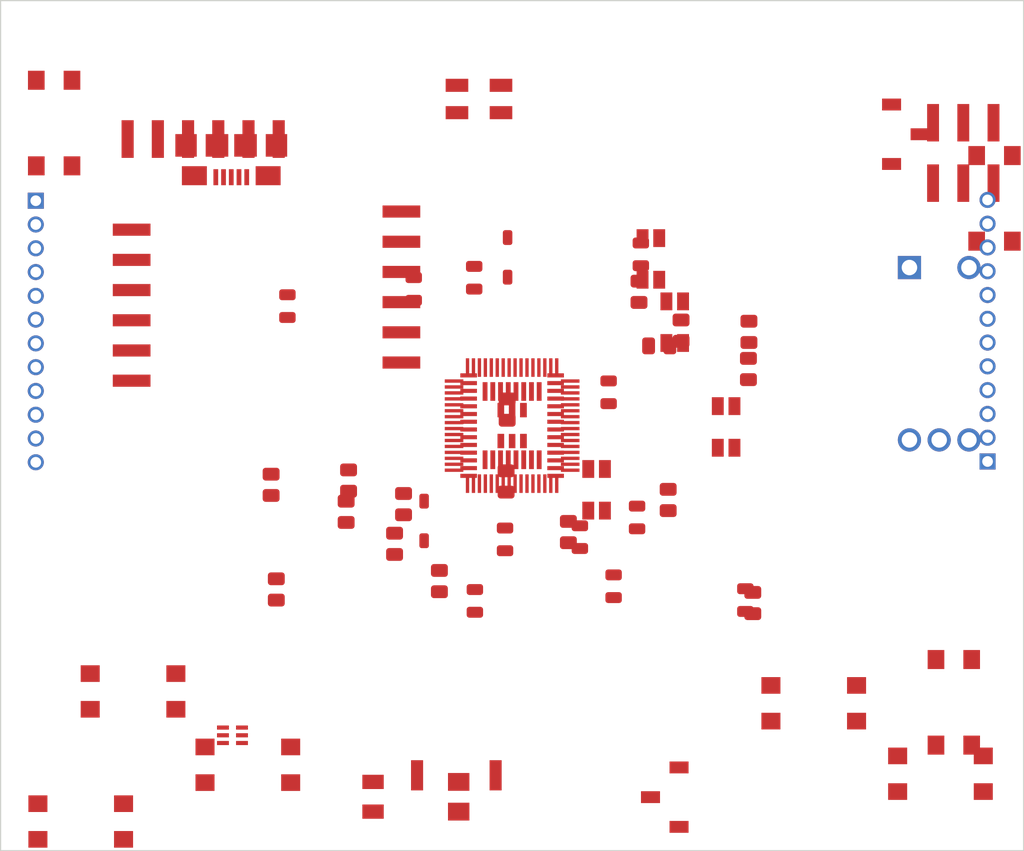
<source format=kicad_pcb>
(kicad_pcb (version 20171130) (host pcbnew "(5.1.4-0-10_14)")
  (layers (0 Top signal) (1 Route2 signal) (2 Route15 signal) (31 Bottom signal) (34 B.Paste user) (35 F.Paste user) (36 B.SilkS user) (37 F.SilkS user) (38 B.Mask user) (39 F.Mask user) (44 Edge.Cuts user))
  (net 0 "")
  (net 1 GND)
  (net 2 3V3)
  (net 3 VBAT)
  (net 4 "Net-(B2-Pad4)")
  (net 5 "Net-(B2-Pad3)")
  (net 6 "Net-(B2-Pad2)")
  (net 7 "Net-(A1-PadFEED)")
  (net 8 "Net-(C14-Pad1)")
  (net 9 "Net-(C15-Pad1)")
  (net 10 "Net-(C11-Pad1)")
  (net 11 "Net-(C13-Pad1)")
  (net 12 "Net-(D6-PadC1)")
  (net 13 /RESET)
  (net 14 /THROTTLE)
  (net 15 /YAW)
  (net 16 /BTN_CENTER)
  (net 17 /BTN_RIGHT)
  (net 18 /BTN_LEFT)
  (net 19 /BTN_UP)
  (net 20 /RXI-0)
  (net 21 /TXO-0)
  (net 22 /E1-B)
  (net 23 /E1-A)
  (net 24 /MISO)
  (net 25 /MOSI)
  (net 26 /SCK)
  (net 27 /BTN_DOWN)
  (net 28 /E1-BUT)
  (net 29 /BTN2/SDA)
  (net 30 /BTN1/SCL)
  (net 31 /PITCH)
  (net 32 /RF)
  (net 33 "Net-(D6-PadA1)")
  (net 34 "Net-(D6-PadA2)")
  (net 35 /ROLL)
  (net 36 /DTR-0)
  (net 37 /VREG_IN)
  (net 38 /RXI)
  (net 39 /FTDI_OUT)
  (net 40 /TXLED)
  (net 41 /RXLED)
  (net 42 /DTR)
  (net 43 /USB_D_N)
  (net 44 /USB_D_P)
  (net 45 /CTS)
  (net 46 /TXO)
  (net 47 "Net-(R7-Pad1)")
  (net 48 /VBUS)
  (net 49 "Net-(B3-Pad1A)")
  (net 50 "Net-(R1-Pad2)")
  (net 51 "Net-(D1-PadC2)")
  (net 52 "Net-(D4-PadC1)")
  (net 53 /RXI-1)
  (net 54 /TXO-1)
  (net 55 "Net-(S2-Pad2)")
  (net 56 /DTR-1)
  (net 57 /CTS-1)
  (net 58 /GREF)
  (net 59 "Net-(D6-PadC2)")
  (net 60 "Net-(D5-PadA2)")
  (net 61 "Net-(D5-PadA1)")
  (net 62 "Net-(D1-PadA1)")
  (net 63 "Net-(D4-PadC2)")
  (module controller_board:2X-SERVO-SMD (layer Top) (at 128.128218 93.293386 90.000000)
    (fp_text reference J7 hide)
    (fp_text value FRSKY-GIMBAL-2X-SERVO-SMD hide)
    (pad 6 smd rect (at 6.55 11.065 180.000000) (size 3.17 1.02) (layers Top F.Mask F.Paste) (net 1 GND))
    (pad V smd rect (at 4.01 11.065 180.000000) (size 3.17 1.02) (layers Top F.Mask F.Paste) (net 14 /THROTTLE))
    (pad 4 smd rect (at 1.47 11.065 180.000000) (size 3.17 1.02) (layers Top F.Mask F.Paste) (net 58 /GREF))
    (pad 3 smd rect (at -1.07 11.065 180.000000) (size 3.17 1.02) (layers Top F.Mask F.Paste) (net 1 GND))
    (pad H smd rect (at -3.61 11.065 180.000000) (size 3.17 1.02) (layers Top F.Mask F.Paste) (net 15 /YAW))
    (pad 1 smd rect (at -6.15 11.065 180.000000) (size 3.17 1.02) (layers Top F.Mask F.Paste) (net 58 /GREF))
  )
  (module controller_board:2X-SERVO-SMD (layer Top) (at 127.581230 94.419290 270.000000)
    (fp_text reference J8 hide)
    (fp_text value FRSKY-GIMBAL-2X-SERVO-SMD hide)
    (pad 6 smd rect (at 6.55 11.065) (size 3.17 1.02) (layers Top F.Mask F.Paste) (net 1 GND))
    (pad V smd rect (at 4.01 11.065) (size 3.17 1.02) (layers Top F.Mask F.Paste) (net 31 /PITCH))
    (pad 4 smd rect (at 1.47 11.065) (size 3.17 1.02) (layers Top F.Mask F.Paste) (net 58 /GREF))
    (pad 3 smd rect (at -1.07 11.065) (size 3.17 1.02) (layers Top F.Mask F.Paste) (net 1 GND))
    (pad H smd rect (at -3.61 11.065) (size 3.17 1.02) (layers Top F.Mask F.Paste) (net 35 /ROLL))
    (pad 1 smd rect (at -6.15 11.065) (size 3.17 1.02) (layers Top F.Mask F.Paste) (net 58 /GREF))
  )
  (module controller_board:USB-MICROA-10118192-0001LF (layer Top) (at 124.890301 82.837613 180.000000)
    (fp_text reference J1 hide)
    (fp_text value USB-MICROA-AMPHENOL-10118192-0001LF hide)
    (pad 9 smd rect (at 1.2 1.659 180.000000) (size 1.9 1.9) (layers Top F.Mask F.Paste) (net 1 GND))
    (pad 8 smd rect (at -3.8 1.659 180.000000) (size 1.8 1.9) (layers Top F.Mask F.Paste) (net 1 GND))
    (pad 7 smd rect (at -3.1 -0.891 180.000000) (size 2.1 1.6) (layers Top F.Mask F.Paste) (net 1 GND))
    (pad 6 smd rect (at 3.1 -0.891 180.000000) (size 2.1 1.6) (layers Top F.Mask F.Paste) (net 1 GND))
    (pad 5 smd rect (at 1.3 -1.016 180.000000) (size 0.4 1.35) (layers Top F.Mask F.Paste) (net 1 GND))
    (pad 4 smd rect (at 0.65 -1.016 180.000000) (size 0.4 1.35) (layers Top F.Mask F.Paste))
    (pad 3 smd rect (at 0 -1.016 180.000000) (size 0.4 1.35) (layers Top F.Mask F.Paste) (net 44 /USB_D_P))
    (pad 2 smd rect (at -0.65 -1.016 180.000000) (size 0.4 1.35) (layers Top F.Mask F.Paste) (net 43 /USB_D_N))
    (pad 11 smd rect (at 3.8 1.659 180.000000) (size 1.8 1.9) (layers Top F.Mask F.Paste) (net 1 GND))
    (pad 10 smd rect (at -1.2 1.659 180.000000) (size 1.9 1.9) (layers Top F.Mask F.Paste) (net 1 GND))
    (pad 1 smd rect (at -1.3 -1.016 180.000000) (size 0.4 1.35) (layers Top F.Mask F.Paste) (net 48 /VBUS))
  )
  (module controller_board:JST-13-PTH (layer Top) (at 188.468000 96.621600 90.000000)
    (fp_text reference J3 hide)
    (fp_text value 2.4K hide)
    (pad V thru_hole circle (at -9.144 0 90.000000) (size 1.35 1.35) (drill 0.9) (layers *.Cu *.Mask) (net 31 /PITCH))
    (pad H thru_hole circle (at -3.144 0 90.000000) (size 1.35 1.35) (drill 0.9) (layers *.Cu *.Mask) (net 35 /ROLL))
    (pad 9 thru_hole circle (at 4.856 0 90.000000) (size 1.35 1.35) (drill 0.9) (layers *.Cu *.Mask))
    (pad 8 thru_hole circle (at 2.856 0 90.000000) (size 1.35 1.35) (drill 0.9) (layers *.Cu *.Mask))
    (pad 7 thru_hole circle (at 0.856 0 90.000000) (size 1.35 1.35) (drill 0.9) (layers *.Cu *.Mask))
    (pad 6 thru_hole circle (at -1.144 0 90.000000) (size 1.35 1.35) (drill 0.9) (layers *.Cu *.Mask) (net 1 GND))
    (pad 4 thru_hole circle (at -5.144 0 90.000000) (size 1.35 1.35) (drill 0.9) (layers *.Cu *.Mask) (net 58 /GREF))
    (pad 3 thru_hole circle (at -7.144 0 90.000000) (size 1.35 1.35) (drill 0.9) (layers *.Cu *.Mask) (net 1 GND))
    (pad 12 thru_hole circle (at 10.856 0 90.000000) (size 1.35 1.35) (drill 0.9) (layers *.Cu *.Mask))
    (pad 11 thru_hole circle (at 8.856 0 90.000000) (size 1.35 1.35) (drill 0.9) (layers *.Cu *.Mask))
    (pad 10 thru_hole circle (at 6.856 0 90.000000) (size 1.35 1.35) (drill 0.9) (layers *.Cu *.Mask))
    (pad 1 thru_hole rect (at -11.144 0 90.000000) (size 1.35 1.35) (drill 0.9) (layers *.Cu *.Mask) (net 58 /GREF))
  )
  (module controller_board:JST-13-PTH (layer Top) (at 108.458000 96.977200 270.000000)
    (fp_text reference J2 hide)
    (fp_text value 2.4K hide)
    (pad V thru_hole circle (at -9.144 0 270.000000) (size 1.35 1.35) (drill 0.9) (layers *.Cu *.Mask) (net 14 /THROTTLE))
    (pad H thru_hole circle (at -3.144 0 270.000000) (size 1.35 1.35) (drill 0.9) (layers *.Cu *.Mask) (net 15 /YAW))
    (pad 9 thru_hole circle (at 4.856 0 270.000000) (size 1.35 1.35) (drill 0.9) (layers *.Cu *.Mask))
    (pad 8 thru_hole circle (at 2.856 0 270.000000) (size 1.35 1.35) (drill 0.9) (layers *.Cu *.Mask))
    (pad 7 thru_hole circle (at 0.856 0 270.000000) (size 1.35 1.35) (drill 0.9) (layers *.Cu *.Mask))
    (pad 6 thru_hole circle (at -1.144 0 270.000000) (size 1.35 1.35) (drill 0.9) (layers *.Cu *.Mask) (net 1 GND))
    (pad 4 thru_hole circle (at -5.144 0 270.000000) (size 1.35 1.35) (drill 0.9) (layers *.Cu *.Mask) (net 58 /GREF))
    (pad 3 thru_hole circle (at -7.144 0 270.000000) (size 1.35 1.35) (drill 0.9) (layers *.Cu *.Mask) (net 1 GND))
    (pad 12 thru_hole circle (at 10.856 0 270.000000) (size 1.35 1.35) (drill 0.9) (layers *.Cu *.Mask))
    (pad 11 thru_hole circle (at 8.856 0 270.000000) (size 1.35 1.35) (drill 0.9) (layers *.Cu *.Mask))
    (pad 10 thru_hole circle (at 6.856 0 270.000000) (size 1.35 1.35) (drill 0.9) (layers *.Cu *.Mask))
    (pad 1 thru_hole rect (at -11.144 0 270.000000) (size 1.35 1.35) (drill 0.9) (layers *.Cu *.Mask) (net 58 /GREF))
  )
  (module controller_board:FTDI-BASIC-SMD (layer Top) (at 122.529600 76.200000)
    (fp_text reference JP1 hide)
    (fp_text value FTDI_BASIC-SMD hide)
    (pad DTR smd rect (at 6.35 4.445 90.000000) (size 3.17 1.02) (layers Top F.Mask F.Paste) (net 56 /DTR-1))
    (pad RXI smd rect (at 3.81 4.445 90.000000) (size 3.17 1.02) (layers Top F.Mask F.Paste) (net 53 /RXI-1))
    (pad TXO smd rect (at 1.27 4.445 90.000000) (size 3.17 1.02) (layers Top F.Mask F.Paste) (net 54 /TXO-1))
    (pad VCC smd rect (at -1.27 4.445 90.000000) (size 3.17 1.02) (layers Top F.Mask F.Paste) (net 2 3V3))
    (pad CTS smd rect (at -3.81 4.445 90.000000) (size 3.17 1.02) (layers Top F.Mask F.Paste) (net 57 /CTS-1))
    (pad GND smd rect (at -6.35 4.445 90.000000) (size 3.17 1.02) (layers Top F.Mask F.Paste) (net 1 GND))
  )
  (module controller_board:WIRE-TERMINAL-1X2-2.5MM-SMD-AVX-009276002021106 (layer Top) (at 140.409396 135.967888)
    (fp_text reference B3 hide)
    (fp_text value BATTERY-SPRING-SMD hide)
    (pad 2A smd rect (at 3.6 -1.25 270.000000) (size 1.5 1.8) (layers Top F.Mask F.Paste) (net 1 GND))
    (pad 1A smd rect (at 3.6 1.25 270.000000) (size 1.5 1.8) (layers Top F.Mask F.Paste) (net 49 "Net-(B3-Pad1A)"))
    (pad 1B smd rect (at -3.6 1.25 270.000000) (size 1.2 1.8) (layers Top F.Mask F.Paste) (net 49 "Net-(B3-Pad1A)"))
    (pad 2B smd rect (at -3.6 -1.25 270.000000) (size 1.2 1.8) (layers Top F.Mask F.Paste) (net 1 GND))
  )
  (module controller_board:ANT-2.4GHZ-6.5X2.2MM (layer Top) (at 143.811939 134.161835 180.000000)
    (fp_text reference A1 hide)
    (fp_text value ANTENNA-CHIP hide)
    (pad NC smd rect (at 3.302 0) (size 1.016 2.54) (layers Top F.Mask F.Paste))
    (pad FEED smd rect (at -3.302 0) (size 1.016 2.54) (layers Top F.Mask F.Paste) (net 7 "Net-(A1-PadFEED)"))
  )
  (module controller_board:SOT23-DBV (layer Top) (at 148.500550 104.750000 180.000000)
    (fp_text reference U1 hide)
    (fp_text value 3.3V hide)
    (pad 5 smd rect (at -0.95 -1.3 180.000000) (size 0.55 1.2) (layers Top F.Mask F.Paste) (net 2 3V3))
    (pad 4 smd rect (at 0.95 -1.3 180.000000) (size 0.55 1.2) (layers Top F.Mask F.Paste))
    (pad 3 smd rect (at 0.95 1.3 180.000000) (size 0.55 1.2) (layers Top F.Mask F.Paste) (net 37 /VREG_IN))
    (pad 2 smd rect (at 0 1.3 180.000000) (size 0.55 1.2) (layers Top F.Mask F.Paste) (net 1 GND))
    (pad 1 smd rect (at -0.95 1.3 180.000000) (size 0.55 1.2) (layers Top F.Mask F.Paste) (net 37 /VREG_IN))
  )
  (module controller_board:CAPC2012X140_HS (layer Top) (at 168.731622 119.672922 90.000000)
    (fp_text reference C17 hide)
    (fp_text value 1uF hide)
    (pad 2 smd roundrect (at 0.895 0 90.000000) (size 1.08 1.42) (layers Top) (roundrect_rratio 0.23) (net 1 GND))
    (pad 1 smd roundrect (at -0.895 0 270.000000) (size 1.08 1.42) (layers Top) (roundrect_rratio 0.23) (net 2 3V3))
  )
  (module controller_board:CAPC2012X140_HS (layer Top) (at 134.548095 111.999431 270.000000)
    (fp_text reference C10 hide)
    (fp_text value 1uF hide)
    (pad 2 smd roundrect (at 0.895 0 270.000000) (size 1.08 1.42) (layers Top) (roundrect_rratio 0.23) (net 1 GND))
    (pad 1 smd roundrect (at -0.895 0 90.000000) (size 1.08 1.42) (layers Top) (roundrect_rratio 0.23) (net 37 /VREG_IN))
  )
  (module controller_board:RESC2012X60_HS (layer Top) (at 168.106035 119.425059 270.000000)
    (fp_text reference R17 hide)
    (fp_text value 510 hide)
    (pad 2 smd roundrect (at 0.955 0 270.000000) (size 0.92 1.38) (layers Top) (net 59 "Net-(D6-PadC2)"))
    (pad 1 smd roundrect (at -0.955 0 90.000000) (size 0.92 1.38) (layers Top) (net 1 GND))
  )
  (module controller_board:RESC2012X60_HS (layer Top) (at 147.904600 114.319198 90.000000)
    (fp_text reference R14 hide)
    (fp_text value 510 hide)
    (pad 2 smd roundrect (at 0.955 0 90.000000) (size 0.92 1.38) (layers Top) (net 2 3V3))
    (pad 1 smd roundrect (at -0.955 0 270.000000) (size 0.92 1.38) (layers Top) (net 61 "Net-(D5-PadA1)"))
  )
  (module controller_board:RESC2012X60_HS (layer Top) (at 140.229388 93.254552 270.000000)
    (fp_text reference R3 hide)
    (fp_text value 510 hide)
    (pad 2 smd roundrect (at 0.955 0 270.000000) (size 0.92 1.38) (layers Top) (net 50 "Net-(R1-Pad2)"))
    (pad 1 smd roundrect (at -0.955 0 90.000000) (size 0.92 1.38) (layers Top) (net 62 "Net-(D1-PadA1)"))
  )
  (module controller_board:RESC2012X60_HS (layer Top) (at 145.312279 92.310111 270.000000)
    (fp_text reference R16 hide)
    (fp_text value 510 hide)
    (pad 2 smd roundrect (at 0.955 0 270.000000) (size 0.92 1.38) (layers Top) (net 63 "Net-(D4-PadC2)"))
    (pad 1 smd roundrect (at -0.955 0 90.000000) (size 0.92 1.38) (layers Top) (net 1 GND))
  )
  (module controller_board:RESC2012X60_HS (layer Top) (at 154.195984 114.129855 90.000000)
    (fp_text reference R13 hide)
    (fp_text value 510 hide)
    (pad 2 smd roundrect (at 0.955 0 90.000000) (size 0.92 1.38) (layers Top) (net 2 3V3))
    (pad 1 smd roundrect (at -0.955 0 270.000000) (size 0.92 1.38) (layers Top) (net 60 "Net-(D5-PadA2)"))
  )
  (module controller_board:LED-2X-LTST-C155 (layer Top) (at 166.489931 104.860613 270.000000)
    (fp_text reference D4 hide)
    (fp_text value LED-2X-GREEN_RED hide)
    (pad C2 smd rect (at 1.75 0.7 270.000000) (size 1.5 1) (layers Top F.Mask F.Paste) (net 63 "Net-(D4-PadC2)"))
    (pad C1 smd rect (at 1.75 -0.7 270.000000) (size 1.5 1) (layers Top F.Mask F.Paste) (net 52 "Net-(D4-PadC1)"))
    (pad A2 smd rect (at -1.75 0.7 270.000000) (size 1.5 1) (layers Top F.Mask F.Paste) (net 2 3V3))
    (pad A1 smd rect (at -1.75 -0.7 270.000000) (size 1.5 1) (layers Top F.Mask F.Paste) (net 32 /RF))
  )
  (module controller_board:LED-2X-LTST-C155 (layer Top) (at 160.164619 90.728493 270.000000)
    (fp_text reference D1 hide)
    (fp_text value LED-2X-GREEN_RED hide)
    (pad C2 smd rect (at 1.75 0.7 270.000000) (size 1.5 1) (layers Top F.Mask F.Paste) (net 51 "Net-(D1-PadC2)"))
    (pad C1 smd rect (at 1.75 -0.7 270.000000) (size 1.5 1) (layers Top F.Mask F.Paste) (net 1 GND))
    (pad A2 smd rect (at -1.75 0.7 270.000000) (size 1.5 1) (layers Top F.Mask F.Paste) (net 48 /VBUS))
    (pad A1 smd rect (at -1.75 -0.7 270.000000) (size 1.5 1) (layers Top F.Mask F.Paste) (net 62 "Net-(D1-PadA1)"))
  )
  (module controller_board:LED-2X-LTST-C155 (layer Top) (at 162.169154 96.050115 270.000000)
    (fp_text reference D5 hide)
    (fp_text value LED-2X-GREEN_RED hide)
    (pad C2 smd rect (at 1.75 0.7 270.000000) (size 1.5 1) (layers Top F.Mask F.Paste) (net 41 /RXLED))
    (pad C1 smd rect (at 1.75 -0.7 270.000000) (size 1.5 1) (layers Top F.Mask F.Paste) (net 40 /TXLED))
    (pad A2 smd rect (at -1.75 0.7 270.000000) (size 1.5 1) (layers Top F.Mask F.Paste) (net 60 "Net-(D5-PadA2)"))
    (pad A1 smd rect (at -1.75 -0.7 270.000000) (size 1.5 1) (layers Top F.Mask F.Paste) (net 61 "Net-(D5-PadA1)"))
  )
  (module controller_board:LED-2X-LTST-C155 (layer Top) (at 155.600876 110.147802 270.000000)
    (fp_text reference D6 hide)
    (fp_text value LED-2X-GREEN_RED hide)
    (pad C2 smd rect (at 1.75 0.7 270.000000) (size 1.5 1) (layers Top F.Mask F.Paste) (net 59 "Net-(D6-PadC2)"))
    (pad C1 smd rect (at 1.75 -0.7 270.000000) (size 1.5 1) (layers Top F.Mask F.Paste) (net 12 "Net-(D6-PadC1)"))
    (pad A2 smd rect (at -1.75 0.7 270.000000) (size 1.5 1) (layers Top F.Mask F.Paste) (net 34 "Net-(D6-PadA2)"))
    (pad A1 smd rect (at -1.75 -0.7 270.000000) (size 1.5 1) (layers Top F.Mask F.Paste) (net 33 "Net-(D6-PadA1)"))
  )
  (module controller_board:RESC2012X60_HS (layer Top) (at 159.003602 112.474777 90.000000)
    (fp_text reference R8 hide)
    (fp_text value 1.2K hide)
    (pad 2 smd roundrect (at 0.955 0 90.000000) (size 0.92 1.38) (layers Top) (net 2 3V3))
    (pad 1 smd roundrect (at -0.955 0 270.000000) (size 0.92 1.38) (layers Top) (net 58 /GREF))
  )
  (module controller_board:BOURNS-PEC12R (layer Top) (at 184.401100 98.453757)
    (fp_text reference E1 hide)
    (fp_text value ROTARY-ENCODER-W_BUTTON-BOURNS-PEC12R-4217F hide)
    (pad C thru_hole circle (at 0 7.5) (size 1.95 1.95) (drill 1.3) (layers *.Cu *.Mask) (net 1 GND))
    (pad BUTB thru_hole circle (at 2.5 -7) (size 1.95 1.95) (drill 1.3) (layers *.Cu *.Mask) (net 1 GND))
    (pad BUTA thru_hole rect (at -2.5 -7) (size 1.95 1.95) (drill 1.3) (layers *.Cu *.Mask) (net 28 /E1-BUT))
    (pad B thru_hole circle (at 2.5 7.5) (size 1.95 1.95) (drill 1.3) (layers *.Cu *.Mask) (net 22 /E1-B))
    (pad A thru_hole circle (at -2.5 7.5) (size 1.95 1.95) (drill 1.3) (layers *.Cu *.Mask) (net 23 /E1-A))
    (pad "" np_thru_hole circle (at 5.7 0) (size 2.2 2.2) (drill 2.2) (layers *.Cu *.Mask))
    (pad "" np_thru_hole circle (at -5.7 0) (size 2.2 2.2) (drill 2.2) (layers *.Cu *.Mask))
  )
  (module controller_board:4.5MM_TACTILE_SWITCH_TL3305AF160QG (layer Top) (at 173.854979 128.103493 180.000000)
    (fp_text reference B6 hide)
    (fp_text value PUSHBUTTON_-4.5X4.5 hide)
    (pad 4 smd rect (at 3.6 -1.5 270.000000) (size 1.4 1.6) (layers Top F.Mask F.Paste) (net 1 GND))
    (pad 3 smd rect (at -3.6 -1.5 270.000000) (size 1.4 1.6) (layers Top F.Mask F.Paste) (net 1 GND))
    (pad 2 smd rect (at 3.6 1.5 270.000000) (size 1.4 1.6) (layers Top F.Mask F.Paste) (net 19 /BTN_UP))
    (pad 1 smd rect (at -3.6 1.5 270.000000) (size 1.4 1.6) (layers Top F.Mask F.Paste) (net 19 /BTN_UP))
  )
  (module controller_board:4.5MM_TACTILE_SWITCH_TL3305AF160QG (layer Top) (at 116.633667 127.108768 180.000000)
    (fp_text reference B10 hide)
    (fp_text value PUSHBUTTON_-4.5X4.5 hide)
    (pad 4 smd rect (at 3.6 -1.5 270.000000) (size 1.4 1.6) (layers Top F.Mask F.Paste) (net 1 GND))
    (pad 3 smd rect (at -3.6 -1.5 270.000000) (size 1.4 1.6) (layers Top F.Mask F.Paste) (net 1 GND))
    (pad 2 smd rect (at 3.6 1.5 270.000000) (size 1.4 1.6) (layers Top F.Mask F.Paste) (net 27 /BTN_DOWN))
    (pad 1 smd rect (at -3.6 1.5 270.000000) (size 1.4 1.6) (layers Top F.Mask F.Paste) (net 27 /BTN_DOWN))
  )
  (module controller_board:4.5MM_TACTILE_SWITCH_TL3305AF160QG (layer Top) (at 110.000857 79.300425 90.000000)
    (fp_text reference B7 hide)
    (fp_text value PUSHBUTTON_-4.5X4.5 hide)
    (pad 4 smd rect (at 3.6 -1.5 180.000000) (size 1.4 1.6) (layers Top F.Mask F.Paste) (net 1 GND))
    (pad 3 smd rect (at -3.6 -1.5 180.000000) (size 1.4 1.6) (layers Top F.Mask F.Paste) (net 1 GND))
    (pad 2 smd rect (at 3.6 1.5 180.000000) (size 1.4 1.6) (layers Top F.Mask F.Paste) (net 18 /BTN_LEFT))
    (pad 1 smd rect (at -3.6 1.5 180.000000) (size 1.4 1.6) (layers Top F.Mask F.Paste) (net 18 /BTN_LEFT))
  )
  (module controller_board:4.5MM_TACTILE_SWITCH_TL3305AF160QG (layer Top) (at 185.632221 128.024159 270.000000)
    (fp_text reference B9 hide)
    (fp_text value PUSHBUTTON_-4.5X4.5 hide)
    (pad 4 smd rect (at 3.6 -1.5) (size 1.4 1.6) (layers Top F.Mask F.Paste) (net 1 GND))
    (pad 3 smd rect (at -3.6 -1.5) (size 1.4 1.6) (layers Top F.Mask F.Paste) (net 1 GND))
    (pad 2 smd rect (at 3.6 1.5) (size 1.4 1.6) (layers Top F.Mask F.Paste) (net 16 /BTN_CENTER))
    (pad 1 smd rect (at -3.6 1.5) (size 1.4 1.6) (layers Top F.Mask F.Paste) (net 16 /BTN_CENTER))
  )
  (module controller_board:4.5MM_TACTILE_SWITCH_TL3305AF160QG (layer Top) (at 112.235932 138.050000 180.000000)
    (fp_text reference B8 hide)
    (fp_text value PUSHBUTTON_-4.5X4.5 hide)
    (pad 4 smd rect (at 3.6 -1.5 270.000000) (size 1.4 1.6) (layers Top F.Mask F.Paste) (net 1 GND))
    (pad 3 smd rect (at -3.6 -1.5 270.000000) (size 1.4 1.6) (layers Top F.Mask F.Paste) (net 1 GND))
    (pad 2 smd rect (at 3.6 1.5 270.000000) (size 1.4 1.6) (layers Top F.Mask F.Paste) (net 17 /BTN_RIGHT))
    (pad 1 smd rect (at -3.6 1.5 270.000000) (size 1.4 1.6) (layers Top F.Mask F.Paste) (net 17 /BTN_RIGHT))
  )
  (module controller_board:CAPC2012X140_HS (layer Top) (at 161.618285 111.003999 270.000000)
    (fp_text reference C4 hide)
    (fp_text value 1uF hide)
    (pad 2 smd roundrect (at 0.895 0 270.000000) (size 1.08 1.42) (layers Top) (roundrect_rratio 0.23) (net 39 /FTDI_OUT))
    (pad 1 smd roundrect (at -0.895 0 90.000000) (size 1.08 1.42) (layers Top) (roundrect_rratio 0.23) (net 1 GND))
  )
  (module controller_board:SOD3716X135_HS (layer Top) (at 141.102123 112.768000 90.000000)
    (fp_text reference D2 hide)
    (fp_text value 360mV hide)
    (pad C smd roundrect (at -1.665 0 270.000000) (size 1.25 0.8) (layers Top) (net 3 VBAT))
    (pad A smd roundrect (at 1.665 0 90.000000) (size 1.25 0.8) (layers Top) (net 48 /VBUS))
  )
  (module controller_board:SOD3716X135_HS (layer Top) (at 148.119871 90.597161 270.000000)
    (fp_text reference D3 hide)
    (fp_text value 360mV hide)
    (pad C smd roundrect (at -1.665 0 90.000000) (size 1.25 0.8) (layers Top) (net 3 VBAT))
    (pad A smd roundrect (at 1.665 0 270.000000) (size 1.25 0.8) (layers Top) (net 49 "Net-(B3-Pad1A)"))
  )
  (module controller_board:JS102011JCQN (layer Top) (at 181.597981 80.241765 270.000000)
    (fp_text reference S2 hide)
    (fp_text value POWER-SWITCH-MFS201N-9-Z-SMD-VERTICAL hide)
    (pad 3 smd rect (at 2.5 1.2 270.000000) (size 1 1.6) (layers Top F.Mask F.Paste) (net 1 GND))
    (pad 2 smd rect (at 0 -1.2 270.000000) (size 1 1.6) (layers Top F.Mask F.Paste) (net 55 "Net-(S2-Pad2)"))
    (pad 1 smd rect (at -2.5 1.2 270.000000) (size 1 1.6) (layers Top F.Mask F.Paste) (net 2 3V3))
  )
  (module controller_board:SOP65P640X110-16 (layer Top) (at 148.500550 104.750000 270.000000)
    (fp_text reference U5 hide)
    (fp_text value DPDT-X2 hide)
    (pad 9 smd rect (at 2.8717 2.275 270.000000) (size 1.5719 0.4068) (layers Top F.Mask F.Paste) (net 53 /RXI-1))
    (pad 8 smd rect (at -2.8717 2.275 270.000000) (size 1.5719 0.4068) (layers Top F.Mask F.Paste) (net 1 GND))
    (pad 7 smd rect (at -2.8717 1.625 270.000000) (size 1.5719 0.4068) (layers Top F.Mask F.Paste) (net 21 /TXO-0))
    (pad 6 smd rect (at -2.8717 0.975 270.000000) (size 1.5719 0.4068) (layers Top F.Mask F.Paste) (net 46 /TXO))
    (pad 5 smd rect (at -2.8717 0.325 270.000000) (size 1.5719 0.4068) (layers Top F.Mask F.Paste) (net 54 /TXO-1))
    (pad 4 smd rect (at -2.8717 -0.325 270.000000) (size 1.5719 0.4068) (layers Top F.Mask F.Paste) (net 55 "Net-(S2-Pad2)"))
    (pad 3 smd rect (at -2.8717 -0.975 270.000000) (size 1.5719 0.4068) (layers Top F.Mask F.Paste))
    (pad 2 smd rect (at -2.8717 -1.625 270.000000) (size 1.5719 0.4068) (layers Top F.Mask F.Paste) (net 45 /CTS))
    (pad 16 smd rect (at 2.8717 -2.275 270.000000) (size 1.5719 0.4068) (layers Top F.Mask F.Paste) (net 2 3V3))
    (pad 15 smd rect (at 2.8717 -1.625 270.000000) (size 1.5719 0.4068) (layers Top F.Mask F.Paste) (net 36 /DTR-0))
    (pad 14 smd rect (at 2.8717 -0.975 270.000000) (size 1.5719 0.4068) (layers Top F.Mask F.Paste) (net 42 /DTR))
    (pad 13 smd rect (at 2.8717 -0.325 270.000000) (size 1.5719 0.4068) (layers Top F.Mask F.Paste) (net 56 /DTR-1))
    (pad 12 smd rect (at 2.8717 0.325 270.000000) (size 1.5719 0.4068) (layers Top F.Mask F.Paste) (net 55 "Net-(S2-Pad2)"))
    (pad 11 smd rect (at 2.8717 0.975 270.000000) (size 1.5719 0.4068) (layers Top F.Mask F.Paste) (net 20 /RXI-0))
    (pad 10 smd rect (at 2.8717 1.625 270.000000) (size 1.5719 0.4068) (layers Top F.Mask F.Paste) (net 38 /RXI))
    (pad 1 smd rect (at -2.8717 -2.275 270.000000) (size 1.5719 0.4068) (layers Top F.Mask F.Paste) (net 57 /CTS-1))
  )
  (module controller_board:RESC2012X60_HS (layer Top) (at 159.320505 90.344047 270.000000)
    (fp_text reference R15 hide)
    (fp_text value 510 hide)
    (pad 2 smd roundrect (at 0.955 0 270.000000) (size 0.92 1.38) (layers Top) (net 52 "Net-(D4-PadC1)"))
    (pad 1 smd roundrect (at -0.955 0 90.000000) (size 0.92 1.38) (layers Top) (net 1 GND))
  )
  (module controller_board:RESC2012X60_HS (layer Top) (at 129.610276 94.698611 90.000000)
    (fp_text reference R7 hide)
    (fp_text value 2.2K hide)
    (pad 2 smd roundrect (at 0.955 0 90.000000) (size 0.92 1.38) (layers Top) (net 1 GND))
    (pad 1 smd roundrect (at -0.955 0 270.000000) (size 0.92 1.38) (layers Top) (net 47 "Net-(R7-Pad1)"))
  )
  (module controller_board:CAPC2012X140_HS (layer Top) (at 148.083443 103.401452 90.000000)
    (fp_text reference C6 hide)
    (fp_text value 10uF hide)
    (pad 2 smd roundrect (at 0.895 0 90.000000) (size 1.08 1.42) (layers Top) (roundrect_rratio 0.23) (net 1 GND))
    (pad 1 smd roundrect (at -0.895 0 270.000000) (size 1.08 1.42) (layers Top) (roundrect_rratio 0.23) (net 49 "Net-(B3-Pad1A)"))
  )
  (module controller_board:CAPC2012X140_HS (layer Top) (at 147.993977 109.446648 270.000000)
    (fp_text reference C5 hide)
    (fp_text value 10uF hide)
    (pad 2 smd roundrect (at 0.895 0 270.000000) (size 1.08 1.42) (layers Top) (roundrect_rratio 0.23) (net 1 GND))
    (pad 1 smd roundrect (at -0.895 0 90.000000) (size 1.08 1.42) (layers Top) (roundrect_rratio 0.23) (net 48 /VBUS))
  )
  (module controller_board:RESC2012X60_HS (layer Top) (at 157.032282 118.260081 90.000000)
    (fp_text reference R1 hide)
    (fp_text value 510 hide)
    (pad 2 smd roundrect (at 0.955 0 90.000000) (size 0.92 1.38) (layers Top) (net 50 "Net-(R1-Pad2)"))
    (pad 1 smd roundrect (at -0.955 0 270.000000) (size 0.92 1.38) (layers Top) (net 51 "Net-(D1-PadC2)"))
  )
  (module controller_board:SOT23-5 (layer Top) (at 148.500550 104.750000)
    (fp_text reference U2 hide)
    (fp_text value MCP73831T-2ACI/OT hide)
    (pad 5 smd rect (at -0.95 -1.3001) (size 0.55 1.2) (layers Top F.Mask F.Paste) (net 47 "Net-(R7-Pad1)"))
    (pad 4 smd rect (at 0.95 -1.3001) (size 0.55 1.2) (layers Top F.Mask F.Paste) (net 48 /VBUS))
    (pad 3 smd rect (at 0.95 1.3001) (size 0.55 1.2) (layers Top F.Mask F.Paste) (net 49 "Net-(B3-Pad1A)"))
    (pad 2 smd rect (at 0 1.3001) (size 0.55 1.2) (layers Top F.Mask F.Paste) (net 1 GND))
    (pad 1 smd rect (at -0.95 1.3001) (size 0.55 1.2) (layers Top F.Mask F.Paste) (net 50 "Net-(R1-Pad2)"))
  )
  (module controller_board:CAPC2012X140_HS (layer Top) (at 139.373449 111.355353 90.000000)
    (fp_text reference C9 hide)
    (fp_text value 0.1uF hide)
    (pad 2 smd roundrect (at 0.895 0 90.000000) (size 1.08 1.42) (layers Top) (roundrect_rratio 0.23) (net 1 GND))
    (pad 1 smd roundrect (at -0.895 0 270.000000) (size 1.08 1.42) (layers Top) (roundrect_rratio 0.23) (net 39 /FTDI_OUT))
  )
  (module controller_board:CAPC2012X140_HS (layer Top) (at 128.240128 109.728646 90.000000)
    (fp_text reference C7 hide)
    (fp_text value 10uF hide)
    (pad 2 smd roundrect (at 0.895 0 90.000000) (size 1.08 1.42) (layers Top) (roundrect_rratio 0.23) (net 1 GND))
    (pad 1 smd roundrect (at -0.895 0 270.000000) (size 1.08 1.42) (layers Top) (roundrect_rratio 0.23) (net 37 /VREG_IN))
  )
  (module controller_board:CAPC2012X140_HS (layer Top) (at 134.751793 109.371147 270.000000)
    (fp_text reference C8 hide)
    (fp_text value 0.1uF hide)
    (pad 2 smd roundrect (at 0.895 0 270.000000) (size 1.08 1.42) (layers Top) (roundrect_rratio 0.23) (net 1 GND))
    (pad 1 smd roundrect (at -0.895 0 90.000000) (size 1.08 1.42) (layers Top) (roundrect_rratio 0.23) (net 37 /VREG_IN))
  )
  (module controller_board:SSOP28DB (layer Top) (at 148.500550 104.750000 90.000000)
    (fp_text reference U3 hide)
    (fp_text value FT232RLSSOP hide)
    (pad 9 smd rect (at 0.975 3.656 90.000000) (size 0.348 1.397) (layers Top F.Mask F.Paste))
    (pad 8 smd rect (at 0.325 3.656 90.000000) (size 0.348 1.397) (layers Top F.Mask F.Paste))
    (pad 7 smd rect (at -0.325 3.656 90.000000) (size 0.348 1.397) (layers Top F.Mask F.Paste) (net 1 GND))
    (pad 6 smd rect (at -0.975 3.656 90.000000) (size 0.348 1.397) (layers Top F.Mask F.Paste))
    (pad 5 smd rect (at -1.625 3.656 90.000000) (size 0.348 1.397) (layers Top F.Mask F.Paste) (net 38 /RXI))
    (pad 4 smd rect (at -2.275 3.656 90.000000) (size 0.348 1.397) (layers Top F.Mask F.Paste) (net 39 /FTDI_OUT))
    (pad 3 smd rect (at -2.925 3.656 90.000000) (size 0.348 1.397) (layers Top F.Mask F.Paste))
    (pad 28 smd rect (at -4.225 -3.656 90.000000) (size 0.348 1.397) (layers Top F.Mask F.Paste))
    (pad 27 smd rect (at -3.575 -3.656 90.000000) (size 0.348 1.397) (layers Top F.Mask F.Paste))
    (pad 26 smd rect (at -2.925 -3.656 90.000000) (size 0.348 1.397) (layers Top F.Mask F.Paste) (net 1 GND))
    (pad 25 smd rect (at -2.275 -3.656 90.000000) (size 0.348 1.397) (layers Top F.Mask F.Paste) (net 1 GND))
    (pad 24 smd rect (at -1.625 -3.656 90.000000) (size 0.348 1.397) (layers Top F.Mask F.Paste))
    (pad 23 smd rect (at -0.975 -3.656 90.000000) (size 0.348 1.397) (layers Top F.Mask F.Paste) (net 40 /TXLED))
    (pad 22 smd rect (at -0.325 -3.656 90.000000) (size 0.348 1.397) (layers Top F.Mask F.Paste) (net 41 /RXLED))
    (pad 21 smd rect (at 0.325 -3.656 90.000000) (size 0.348 1.397) (layers Top F.Mask F.Paste) (net 1 GND))
    (pad 20 smd rect (at 0.975 -3.656 90.000000) (size 0.348 1.397) (layers Top F.Mask F.Paste) (net 37 /VREG_IN))
    (pad 2 smd rect (at -3.575 3.656 90.000000) (size 0.348 1.397) (layers Top F.Mask F.Paste) (net 42 /DTR))
    (pad 19 smd rect (at 1.625 -3.656 90.000000) (size 0.348 1.397) (layers Top F.Mask F.Paste))
    (pad 18 smd rect (at 2.275 -3.656 90.000000) (size 0.348 1.397) (layers Top F.Mask F.Paste) (net 1 GND))
    (pad 17 smd rect (at 2.925 -3.656 90.000000) (size 0.348 1.397) (layers Top F.Mask F.Paste) (net 39 /FTDI_OUT))
    (pad 16 smd rect (at 3.575 -3.656 90.000000) (size 0.348 1.397) (layers Top F.Mask F.Paste) (net 43 /USB_D_N))
    (pad 15 smd rect (at 4.225 -3.656 90.000000) (size 0.348 1.397) (layers Top F.Mask F.Paste) (net 44 /USB_D_P))
    (pad 14 smd rect (at 4.225 3.656 90.000000) (size 0.348 1.397) (layers Top F.Mask F.Paste))
    (pad 13 smd rect (at 3.575 3.656 90.000000) (size 0.348 1.397) (layers Top F.Mask F.Paste))
    (pad 12 smd rect (at 2.925 3.656 90.000000) (size 0.348 1.397) (layers Top F.Mask F.Paste))
    (pad 11 smd rect (at 2.275 3.656 90.000000) (size 0.348 1.397) (layers Top F.Mask F.Paste) (net 45 /CTS))
    (pad 10 smd rect (at 1.625 3.656 90.000000) (size 0.348 1.397) (layers Top F.Mask F.Paste))
    (pad 1 smd rect (at -4.225 3.656 90.000000) (size 0.348 1.397) (layers Top F.Mask F.Paste) (net 46 /TXO))
  )
  (module controller_board:JS102011JCQN (layer Top) (at 161.332790 136.000000 90.000000)
    (fp_text reference S1 hide)
    (fp_text value POWER-SWITCH-MFS201N-9-Z-SMD-VERTICAL hide)
    (pad 3 smd rect (at 2.5 1.2 90.000000) (size 1 1.6) (layers Top F.Mask F.Paste))
    (pad 2 smd rect (at 0 -1.2 90.000000) (size 1 1.6) (layers Top F.Mask F.Paste) (net 3 VBAT))
    (pad 1 smd rect (at -2.5 1.2 90.000000) (size 1 1.6) (layers Top F.Mask F.Paste) (net 37 /VREG_IN))
  )
  (module controller_board:CRYSTAL-SMD-5X3 (layer Top) (at 145.714618 77.275885 180.000000)
    (fp_text reference Y1 hide)
    (fp_text value CRYSTAL5X3 hide)
    (pad 4 smd rect (at -1.85 -1.15 180.000000) (size 1.9 1.1) (layers Top F.Mask F.Paste))
    (pad 3 smd rect (at 1.85 -1.15 180.000000) (size 1.9 1.1) (layers Top F.Mask F.Paste) (net 8 "Net-(C14-Pad1)"))
    (pad 2 smd rect (at 1.85 1.15 180.000000) (size 1.9 1.1) (layers Top F.Mask F.Paste))
    (pad 1 smd rect (at -1.85 1.15 180.000000) (size 1.9 1.1) (layers Top F.Mask F.Paste) (net 9 "Net-(C15-Pad1)"))
  )
  (module controller_board:QFN-64 (layer Top) (at 148.500550 104.750000)
    (fp_text reference U4 hide)
    (fp_text value ATMEGA128RFA1 hide)
    (pad 9 smd rect (at -4.881 0.25 270.000000) (size 0.28 1.562) (layers Top F.Mask F.Paste) (net 5 "Net-(B2-Pad3)"))
    (pad 8 smd rect (at -4.881 -0.25 270.000000) (size 0.28 1.562) (layers Top F.Mask F.Paste) (net 4 "Net-(B2-Pad4)"))
    (pad 7 smd rect (at -4.881 -0.75 270.000000) (size 0.28 1.562) (layers Top F.Mask F.Paste) (net 1 GND))
    (pad 64 smd rect (at -3.75 -4.881) (size 0.28 1.562) (layers Top F.Mask F.Paste) (net 14 /THROTTLE))
    (pad 63 smd rect (at -3.25 -4.881) (size 0.28 1.562) (layers Top F.Mask F.Paste) (net 15 /YAW))
    (pad 62 smd rect (at -2.75 -4.881) (size 0.28 1.562) (layers Top F.Mask F.Paste))
    (pad 61 smd rect (at -2.25 -4.881) (size 0.28 1.562) (layers Top F.Mask F.Paste) (net 1 GND))
    (pad 60 smd rect (at -1.75 -4.881) (size 0.28 1.562) (layers Top F.Mask F.Paste) (net 11 "Net-(C13-Pad1)"))
    (pad 6 smd rect (at -4.881 -1.25 270.000000) (size 0.28 1.562) (layers Top F.Mask F.Paste))
    (pad 59 smd rect (at -1.25 -4.881) (size 0.28 1.562) (layers Top F.Mask F.Paste) (net 2 3V3))
    (pad 58 smd rect (at -0.75 -4.881) (size 0.28 1.562) (layers Top F.Mask F.Paste) (net 1 GND))
    (pad 57 smd rect (at -0.25 -4.881) (size 0.28 1.562) (layers Top F.Mask F.Paste) (net 8 "Net-(C14-Pad1)"))
    (pad 56 smd rect (at 0.25 -4.881) (size 0.28 1.562) (layers Top F.Mask F.Paste) (net 9 "Net-(C15-Pad1)"))
    (pad 55 smd rect (at 0.75 -4.881) (size 0.28 1.562) (layers Top F.Mask F.Paste) (net 1 GND))
    (pad 54 smd rect (at 1.25 -4.881) (size 0.28 1.562) (layers Top F.Mask F.Paste) (net 2 3V3))
    (pad 53 smd rect (at 1.75 -4.881) (size 0.28 1.562) (layers Top F.Mask F.Paste) (net 16 /BTN_CENTER))
    (pad 52 smd rect (at 2.25 -4.881) (size 0.28 1.562) (layers Top F.Mask F.Paste) (net 17 /BTN_RIGHT))
    (pad 51 smd rect (at 2.75 -4.881) (size 0.28 1.562) (layers Top F.Mask F.Paste) (net 18 /BTN_LEFT))
    (pad 50 smd rect (at 3.25 -4.881) (size 0.28 1.562) (layers Top F.Mask F.Paste) (net 19 /BTN_UP))
    (pad 5 smd rect (at -4.881 -1.75 270.000000) (size 0.28 1.562) (layers Top F.Mask F.Paste))
    (pad 49 smd rect (at 3.75 -4.881) (size 0.28 1.562) (layers Top F.Mask F.Paste))
    (pad 48 smd rect (at 4.881 -3.75 90.000000) (size 0.28 1.562) (layers Top F.Mask F.Paste))
    (pad 47 smd rect (at 4.881 -3.25 90.000000) (size 0.28 1.562) (layers Top F.Mask F.Paste) (net 20 /RXI-0))
    (pad 46 smd rect (at 4.881 -2.75 90.000000) (size 0.28 1.562) (layers Top F.Mask F.Paste) (net 21 /TXO-0))
    (pad 45 smd rect (at 4.881 -2.25 90.000000) (size 0.28 1.562) (layers Top F.Mask F.Paste) (net 1 GND))
    (pad 44 smd rect (at 4.881 -1.75 90.000000) (size 0.28 1.562) (layers Top F.Mask F.Paste) (net 2 3V3))
    (pad 43 smd rect (at 4.881 -1.25 90.000000) (size 0.28 1.562) (layers Top F.Mask F.Paste))
    (pad 42 smd rect (at 4.881 -0.75 90.000000) (size 0.28 1.562) (layers Top F.Mask F.Paste))
    (pad 41 smd rect (at 4.881 -0.25 90.000000) (size 0.28 1.562) (layers Top F.Mask F.Paste) (net 22 /E1-B))
    (pad 40 smd rect (at 4.881 0.25 90.000000) (size 0.28 1.562) (layers Top F.Mask F.Paste) (net 23 /E1-A))
    (pad 4 smd rect (at -4.881 -2.25 270.000000) (size 0.28 1.562) (layers Top F.Mask F.Paste))
    (pad 39 smd rect (at 4.881 0.75 90.000000) (size 0.28 1.562) (layers Top F.Mask F.Paste) (net 24 /MISO))
    (pad 38 smd rect (at 4.881 1.25 90.000000) (size 0.28 1.562) (layers Top F.Mask F.Paste) (net 25 /MOSI))
    (pad 37 smd rect (at 4.881 1.75 90.000000) (size 0.28 1.562) (layers Top F.Mask F.Paste) (net 26 /SCK))
    (pad 36 smd rect (at 4.881 2.25 90.000000) (size 0.28 1.562) (layers Top F.Mask F.Paste))
    (pad 35 smd rect (at 4.881 2.75 90.000000) (size 0.28 1.562) (layers Top F.Mask F.Paste) (net 1 GND))
    (pad 34 smd rect (at 4.881 3.25 90.000000) (size 0.28 1.562) (layers Top F.Mask F.Paste) (net 2 3V3))
    (pad 33 smd rect (at 4.881 3.75 90.000000) (size 0.28 1.562) (layers Top F.Mask F.Paste) (net 1 GND))
    (pad 32 smd rect (at 3.75 4.881) (size 0.28 1.562) (layers Top F.Mask F.Paste))
    (pad 31 smd rect (at 3.25 4.881) (size 0.28 1.562) (layers Top F.Mask F.Paste))
    (pad 30 smd rect (at 2.75 4.881) (size 0.28 1.562) (layers Top F.Mask F.Paste))
    (pad 3 smd rect (at -4.881 -2.75 270.000000) (size 0.28 1.562) (layers Top F.Mask F.Paste))
    (pad 29 smd rect (at 2.25 4.881) (size 0.28 1.562) (layers Top F.Mask F.Paste))
    (pad 28 smd rect (at 1.75 4.881 180.000000) (size 0.28 1.562) (layers Top F.Mask F.Paste) (net 27 /BTN_DOWN))
    (pad 27 smd rect (at 1.25 4.881 180.000000) (size 0.28 1.562) (layers Top F.Mask F.Paste) (net 28 /E1-BUT))
    (pad 26 smd rect (at 0.75 4.881 180.000000) (size 0.28 1.562) (layers Top F.Mask F.Paste) (net 29 /BTN2/SDA))
    (pad 25 smd rect (at 0.25 4.881 180.000000) (size 0.28 1.562) (layers Top F.Mask F.Paste) (net 30 /BTN1/SCL))
    (pad 24 smd rect (at -0.25 4.881 180.000000) (size 0.28 1.562) (layers Top F.Mask F.Paste) (net 1 GND))
    (pad 23 smd rect (at -0.75 4.881 180.000000) (size 0.28 1.562) (layers Top F.Mask F.Paste) (net 2 3V3))
    (pad 22 smd rect (at -1.25 4.881 180.000000) (size 0.28 1.562) (layers Top F.Mask F.Paste) (net 10 "Net-(C11-Pad1)"))
    (pad 21 smd rect (at -1.75 4.881 180.000000) (size 0.28 1.562) (layers Top F.Mask F.Paste) (net 10 "Net-(C11-Pad1)"))
    (pad 20 smd rect (at -2.25 4.881 180.000000) (size 0.28 1.562) (layers Top F.Mask F.Paste) (net 1 GND))
    (pad 2 smd rect (at -4.881 -3.25 270.000000) (size 0.28 1.562) (layers Top F.Mask F.Paste) (net 31 /PITCH))
    (pad 19 smd rect (at -2.75 4.881 180.000000) (size 0.28 1.562) (layers Top F.Mask F.Paste))
    (pad 18 smd rect (at -3.25 4.881 180.000000) (size 0.28 1.562) (layers Top F.Mask F.Paste))
    (pad 17 smd rect (at -3.75 4.881 180.000000) (size 0.28 1.562) (layers Top F.Mask F.Paste))
    (pad 16 smd rect (at -4.881 3.75 90.000000) (size 0.28 1.562) (layers Top F.Mask F.Paste) (net 32 /RF))
    (pad 15 smd rect (at -4.881 3.25 90.000000) (size 0.28 1.562) (layers Top F.Mask F.Paste) (net 33 "Net-(D6-PadA1)"))
    (pad 14 smd rect (at -4.881 2.75 270.000000) (size 0.28 1.562) (layers Top F.Mask F.Paste) (net 34 "Net-(D6-PadA2)"))
    (pad 13 smd rect (at -4.881 2.25 270.000000) (size 0.28 1.562) (layers Top F.Mask F.Paste))
    (pad 12 smd rect (at -4.881 1.75 270.000000) (size 0.28 1.562) (layers Top F.Mask F.Paste) (net 13 /RESET))
    (pad 11 smd rect (at -4.881 1.25 270.000000) (size 0.28 1.562) (layers Top F.Mask F.Paste) (net 1 GND))
    (pad 10 smd rect (at -4.881 0.75 270.000000) (size 0.28 1.562) (layers Top F.Mask F.Paste) (net 1 GND))
    (pad 1 smd rect (at -4.881 -3.75 270.000000) (size 0.28 1.562) (layers Top F.Mask F.Paste) (net 35 /ROLL))
  )
  (module controller_board:4.5MM_TACTILE_SWITCH_TL3305AF160QG (layer Top) (at 189.051100 85.635130 90.000000)
    (fp_text reference B1 hide)
    (fp_text value PUSHBUTTON_-4.5X4.5 hide)
    (pad 4 smd rect (at 3.6 -1.5 180.000000) (size 1.4 1.6) (layers Top F.Mask F.Paste) (net 1 GND))
    (pad 3 smd rect (at -3.6 -1.5 180.000000) (size 1.4 1.6) (layers Top F.Mask F.Paste) (net 1 GND))
    (pad 2 smd rect (at 3.6 1.5 180.000000) (size 1.4 1.6) (layers Top F.Mask F.Paste) (net 13 /RESET))
    (pad 1 smd rect (at -3.6 1.5 180.000000) (size 1.4 1.6) (layers Top F.Mask F.Paste) (net 13 /RESET))
  )
  (module controller_board:4.5MM_TACTILE_SWITCH_TL3305AF160QG (layer Top) (at 126.283667 133.277723 180.000000)
    (fp_text reference B4 hide)
    (fp_text value PUSHBUTTON_-4.5X4.5 hide)
    (pad 4 smd rect (at 3.6 -1.5 270.000000) (size 1.4 1.6) (layers Top F.Mask F.Paste) (net 30 /BTN1/SCL))
    (pad 3 smd rect (at -3.6 -1.5 270.000000) (size 1.4 1.6) (layers Top F.Mask F.Paste) (net 30 /BTN1/SCL))
    (pad 2 smd rect (at 3.6 1.5 270.000000) (size 1.4 1.6) (layers Top F.Mask F.Paste) (net 1 GND))
    (pad 1 smd rect (at -3.6 1.5 270.000000) (size 1.4 1.6) (layers Top F.Mask F.Paste) (net 1 GND))
  )
  (module controller_board:4.5MM_TACTILE_SWITCH_TL3305AF160QG (layer Top) (at 184.508620 134.031333 180.000000)
    (fp_text reference B5 hide)
    (fp_text value PUSHBUTTON_-4.5X4.5 hide)
    (pad 4 smd rect (at 3.6 -1.5 270.000000) (size 1.4 1.6) (layers Top F.Mask F.Paste) (net 29 /BTN2/SDA))
    (pad 3 smd rect (at -3.6 -1.5 270.000000) (size 1.4 1.6) (layers Top F.Mask F.Paste) (net 29 /BTN2/SDA))
    (pad 2 smd rect (at 3.6 1.5 270.000000) (size 1.4 1.6) (layers Top F.Mask F.Paste) (net 1 GND))
    (pad 1 smd rect (at -3.6 1.5 270.000000) (size 1.4 1.6) (layers Top F.Mask F.Paste) (net 1 GND))
  )
  (module controller_board:RESC2012X60_HS (layer Top) (at 156.613036 101.946595 90.000000)
    (fp_text reference R2 hide)
    (fp_text value 10K hide)
    (pad 2 smd roundrect (at 0.955 0 90.000000) (size 0.92 1.38) (layers Top) (net 2 3V3))
    (pad 1 smd roundrect (at -0.955 0 270.000000) (size 0.92 1.38) (layers Top) (net 13 /RESET))
  )
  (module controller_board:RESC2012X60_HS (layer Top) (at 145.369486 119.493255 270.000000)
    (fp_text reference R18 hide)
    (fp_text value 510 hide)
    (pad 2 smd roundrect (at 0.955 0 270.000000) (size 0.92 1.38) (layers Top) (net 12 "Net-(D6-PadC1)"))
    (pad 1 smd roundrect (at -0.955 0 90.000000) (size 0.92 1.38) (layers Top) (net 1 GND))
  )
  (module controller_board:2X3-SMD (layer Top) (at 186.427429 81.813984 180.000000)
    (fp_text reference J4 hide)
    (fp_text value AVR_SPI_PRG_6-SMD hide)
    (pad 6 smd rect (at 2.54 -2.54 180.000000) (size 1 3.15) (layers Top F.Mask F.Paste) (net 1 GND))
    (pad 5 smd rect (at 2.54 2.54 180.000000) (size 1 3.15) (layers Top F.Mask F.Paste) (net 13 /RESET))
    (pad 4 smd rect (at 0 -2.54 180.000000) (size 1 3.15) (layers Top F.Mask F.Paste) (net 25 /MOSI))
    (pad 3 smd rect (at 0 2.54 180.000000) (size 1 3.15) (layers Top F.Mask F.Paste) (net 26 /SCK))
    (pad 2 smd rect (at -2.54 -2.54 180.000000) (size 1 3.15) (layers Top F.Mask F.Paste) (net 2 3V3))
    (pad 1 smd rect (at -2.54 2.54 180.000000) (size 1 3.15) (layers Top F.Mask F.Paste) (net 24 /MISO))
  )
  (module controller_board:CAPC2012X140_HS (layer Top) (at 159.166241 93.492338 90.000000)
    (fp_text reference C1 hide)
    (fp_text value 0.1uF hide)
    (pad 2 smd roundrect (at 0.895 0 90.000000) (size 1.08 1.42) (layers Top) (roundrect_rratio 0.23) (net 36 /DTR-0))
    (pad 1 smd roundrect (at -0.895 0 270.000000) (size 1.08 1.42) (layers Top) (roundrect_rratio 0.23) (net 13 /RESET))
  )
  (module controller_board:CAPC2012X140_HS (layer Top) (at 138.618878 114.692479 270.000000)
    (fp_text reference C16 hide)
    (fp_text value 1uF hide)
    (pad 2 smd roundrect (at 0.895 0 270.000000) (size 1.08 1.42) (layers Top) (roundrect_rratio 0.23) (net 1 GND))
    (pad 1 smd roundrect (at -0.895 0 90.000000) (size 1.08 1.42) (layers Top) (roundrect_rratio 0.23) (net 2 3V3))
  )
  (module controller_board:CAPC2012X140_HS (layer Top) (at 168.408074 96.862458 270.000000)
    (fp_text reference C12 hide)
    (fp_text value 1uF hide)
    (pad 2 smd roundrect (at 0.895 0 270.000000) (size 1.08 1.42) (layers Top) (roundrect_rratio 0.23) (net 1 GND))
    (pad 1 smd roundrect (at -0.895 0 90.000000) (size 1.08 1.42) (layers Top) (roundrect_rratio 0.23) (net 2 3V3))
  )
  (module controller_board:CAPC2012X140_HS (layer Top) (at 160.867831 98.044362)
    (fp_text reference C2 hide)
    (fp_text value 0.75pF hide)
    (pad 2 smd roundrect (at 0.895 0) (size 1.08 1.42) (layers Top) (roundrect_rratio 0.23) (net 1 GND))
    (pad 1 smd roundrect (at -0.895 0 180.000000) (size 1.08 1.42) (layers Top) (roundrect_rratio 0.23) (net 7 "Net-(A1-PadFEED)"))
  )
  (module controller_board:CAPC2012X140_HS (layer Top) (at 128.677002 118.529362 270.000000)
    (fp_text reference C13 hide)
    (fp_text value 1uF hide)
    (pad 2 smd roundrect (at 0.895 0 270.000000) (size 1.08 1.42) (layers Top) (roundrect_rratio 0.23) (net 1 GND))
    (pad 1 smd roundrect (at -0.895 0 90.000000) (size 1.08 1.42) (layers Top) (roundrect_rratio 0.23) (net 11 "Net-(C13-Pad1)"))
  )
  (module controller_board:CAPC2012X140_HS (layer Top) (at 142.387306 117.826407 270.000000)
    (fp_text reference C11 hide)
    (fp_text value 1uF hide)
    (pad 2 smd roundrect (at 0.895 0 270.000000) (size 1.08 1.42) (layers Top) (roundrect_rratio 0.23) (net 1 GND))
    (pad 1 smd roundrect (at -0.895 0 90.000000) (size 1.08 1.42) (layers Top) (roundrect_rratio 0.23) (net 10 "Net-(C11-Pad1)"))
  )
  (module controller_board:CAPC2012X140_HS (layer Top) (at 162.700804 96.759792 90.000000)
    (fp_text reference C15 hide)
    (fp_text value 12pF hide)
    (pad 2 smd roundrect (at 0.895 0 90.000000) (size 1.08 1.42) (layers Top) (roundrect_rratio 0.23) (net 1 GND))
    (pad 1 smd roundrect (at -0.895 0 270.000000) (size 1.08 1.42) (layers Top) (roundrect_rratio 0.23) (net 9 "Net-(C15-Pad1)"))
  )
  (module controller_board:CAPC2012X140_HS (layer Top) (at 153.229434 113.702616 90.000000)
    (fp_text reference C14 hide)
    (fp_text value 12pF hide)
    (pad 2 smd roundrect (at 0.895 0 90.000000) (size 1.08 1.42) (layers Top) (roundrect_rratio 0.23) (net 1 GND))
    (pad 1 smd roundrect (at -0.895 0 270.000000) (size 1.08 1.42) (layers Top) (roundrect_rratio 0.23) (net 8 "Net-(C14-Pad1)"))
  )
  (module controller_board:CAPC2012X140_HS (layer Top) (at 168.364798 99.988270 270.000000)
    (fp_text reference C3 hide)
    (fp_text value 22pF hide)
    (pad 2 smd roundrect (at 0.895 0 270.000000) (size 1.08 1.42) (layers Top) (roundrect_rratio 0.23) (net 6 "Net-(B2-Pad2)"))
    (pad 1 smd roundrect (at -0.895 0 90.000000) (size 1.08 1.42) (layers Top) (roundrect_rratio 0.23) (net 1 GND))
  )
  (module controller_board:BALUN (layer Top) (at 124.992273 130.797150 270.000000)
    (fp_text reference B2 hide)
    (fp_text value BALUN0805 hide)
    (pad 6 smd rect (at -0.65 -0.8 270.000000) (size 0.35 1) (layers Top F.Mask F.Paste))
    (pad 5 smd rect (at 0 -0.8 270.000000) (size 0.35 1) (layers Top F.Mask F.Paste) (net 1 GND))
    (pad 4 smd rect (at 0.65 -0.8 270.000000) (size 0.35 1) (layers Top F.Mask F.Paste) (net 4 "Net-(B2-Pad4)"))
    (pad 3 smd rect (at 0.65 0.8 270.000000) (size 0.35 1) (layers Top F.Mask F.Paste) (net 5 "Net-(B2-Pad3)"))
    (pad 2 smd rect (at 0 0.8 270.000000) (size 0.35 1) (layers Top F.Mask F.Paste) (net 6 "Net-(B2-Pad2)"))
    (pad 1 smd rect (at -0.65 0.8 270.000000) (size 0.35 1) (layers Top F.Mask F.Paste) (net 7 "Net-(A1-PadFEED)"))
  )
  (gr_line (start 105.5 140.5) (end 191.5011 140.5) (layer Edge.Cuts) (width 0.1))
  (gr_line (start 105.5 69) (end 191.5011 69) (layer Edge.Cuts) (width 0.1))
  (gr_line (start 191.5011 69) (end 191.5011 140.5) (layer Edge.Cuts) (width 0.1))
  (gr_line (start 105.5 140.5) (end 105.5 69) (layer Edge.Cuts) (width 0.1))
)
</source>
